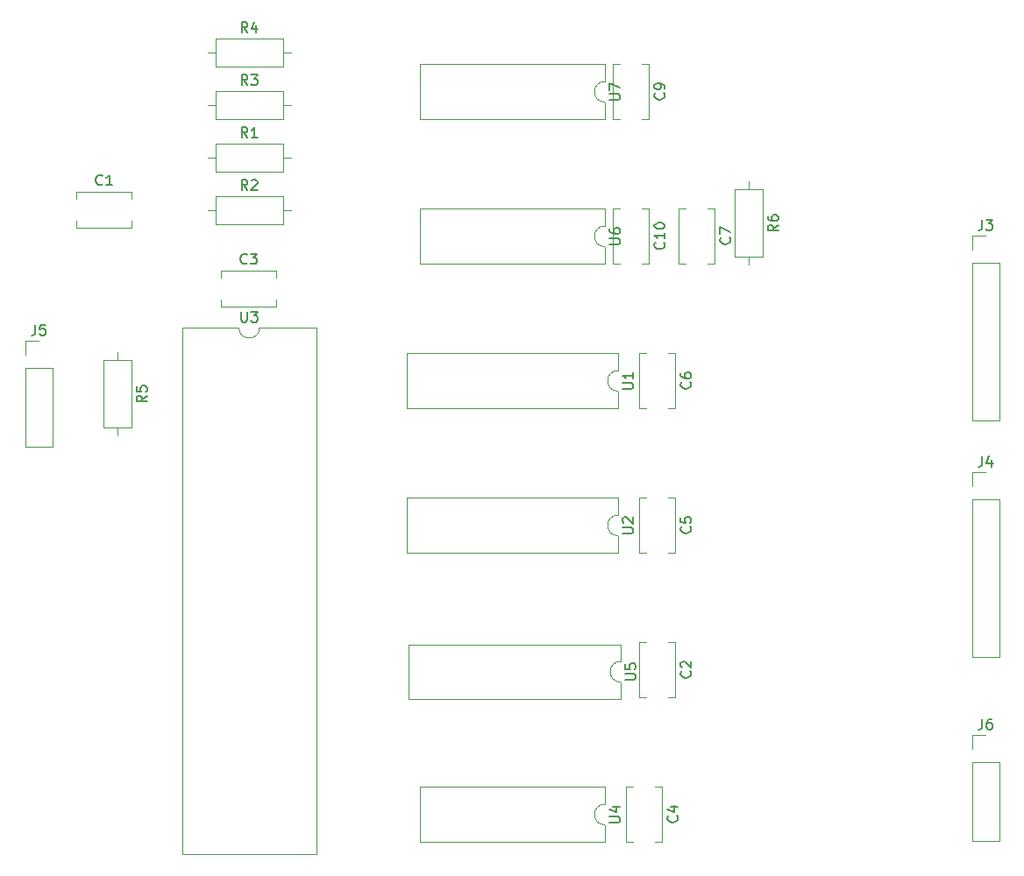
<source format=gbr>
%TF.GenerationSoftware,KiCad,Pcbnew,(5.1.6)-1*%
%TF.CreationDate,2020-08-06T22:00:50+02:00*%
%TF.ProjectId,Nes Sound Expansion,4e657320-536f-4756-9e64-20457870616e,rev?*%
%TF.SameCoordinates,Original*%
%TF.FileFunction,Legend,Top*%
%TF.FilePolarity,Positive*%
%FSLAX46Y46*%
G04 Gerber Fmt 4.6, Leading zero omitted, Abs format (unit mm)*
G04 Created by KiCad (PCBNEW (5.1.6)-1) date 2020-08-06 22:00:50*
%MOMM*%
%LPD*%
G01*
G04 APERTURE LIST*
%ADD10C,0.120000*%
%ADD11C,0.150000*%
G04 APERTURE END LIST*
D10*
%TO.C,J6*%
X194250000Y-118170000D02*
X196910000Y-118170000D01*
X194250000Y-110490000D02*
X194250000Y-118170000D01*
X196910000Y-110490000D02*
X196910000Y-118170000D01*
X194250000Y-110490000D02*
X196910000Y-110490000D01*
X194250000Y-109220000D02*
X194250000Y-107890000D01*
X194250000Y-107890000D02*
X195580000Y-107890000D01*
%TO.C,J5*%
X102810000Y-80070000D02*
X105470000Y-80070000D01*
X102810000Y-72390000D02*
X102810000Y-80070000D01*
X105470000Y-72390000D02*
X105470000Y-80070000D01*
X102810000Y-72390000D02*
X105470000Y-72390000D01*
X102810000Y-71120000D02*
X102810000Y-69790000D01*
X102810000Y-69790000D02*
X104140000Y-69790000D01*
%TO.C,U7*%
X158810000Y-46720000D02*
G75*
G02*
X158810000Y-44720000I0J1000000D01*
G01*
X158810000Y-44720000D02*
X158810000Y-43070000D01*
X158810000Y-43070000D02*
X140910000Y-43070000D01*
X140910000Y-43070000D02*
X140910000Y-48370000D01*
X140910000Y-48370000D02*
X158810000Y-48370000D01*
X158810000Y-48370000D02*
X158810000Y-46720000D01*
%TO.C,U6*%
X158810000Y-60690000D02*
G75*
G02*
X158810000Y-58690000I0J1000000D01*
G01*
X158810000Y-58690000D02*
X158810000Y-57040000D01*
X158810000Y-57040000D02*
X140910000Y-57040000D01*
X140910000Y-57040000D02*
X140910000Y-62340000D01*
X140910000Y-62340000D02*
X158810000Y-62340000D01*
X158810000Y-62340000D02*
X158810000Y-60690000D01*
%TO.C,U5*%
X160330000Y-102780000D02*
G75*
G02*
X160330000Y-100780000I0J1000000D01*
G01*
X160330000Y-100780000D02*
X160330000Y-99130000D01*
X160330000Y-99130000D02*
X139890000Y-99130000D01*
X139890000Y-99130000D02*
X139890000Y-104430000D01*
X139890000Y-104430000D02*
X160330000Y-104430000D01*
X160330000Y-104430000D02*
X160330000Y-102780000D01*
%TO.C,U4*%
X158810000Y-116570000D02*
G75*
G02*
X158810000Y-114570000I0J1000000D01*
G01*
X158810000Y-114570000D02*
X158810000Y-112920000D01*
X158810000Y-112920000D02*
X140910000Y-112920000D01*
X140910000Y-112920000D02*
X140910000Y-118220000D01*
X140910000Y-118220000D02*
X158810000Y-118220000D01*
X158810000Y-118220000D02*
X158810000Y-116570000D01*
%TO.C,U2*%
X160080000Y-88630000D02*
G75*
G02*
X160080000Y-86630000I0J1000000D01*
G01*
X160080000Y-86630000D02*
X160080000Y-84980000D01*
X160080000Y-84980000D02*
X139640000Y-84980000D01*
X139640000Y-84980000D02*
X139640000Y-90280000D01*
X139640000Y-90280000D02*
X160080000Y-90280000D01*
X160080000Y-90280000D02*
X160080000Y-88630000D01*
%TO.C,U1*%
X160080000Y-74660000D02*
G75*
G02*
X160080000Y-72660000I0J1000000D01*
G01*
X160080000Y-72660000D02*
X160080000Y-71010000D01*
X160080000Y-71010000D02*
X139640000Y-71010000D01*
X139640000Y-71010000D02*
X139640000Y-76310000D01*
X139640000Y-76310000D02*
X160080000Y-76310000D01*
X160080000Y-76310000D02*
X160080000Y-74660000D01*
%TO.C,J4*%
X194250000Y-82490000D02*
X195580000Y-82490000D01*
X194250000Y-83820000D02*
X194250000Y-82490000D01*
X194250000Y-85090000D02*
X196910000Y-85090000D01*
X196910000Y-85090000D02*
X196910000Y-100390000D01*
X194250000Y-85090000D02*
X194250000Y-100390000D01*
X194250000Y-100390000D02*
X196910000Y-100390000D01*
%TO.C,J3*%
X194250000Y-77530000D02*
X196910000Y-77530000D01*
X194250000Y-62230000D02*
X194250000Y-77530000D01*
X196910000Y-62230000D02*
X196910000Y-77530000D01*
X194250000Y-62230000D02*
X196910000Y-62230000D01*
X194250000Y-60960000D02*
X194250000Y-59630000D01*
X194250000Y-59630000D02*
X195580000Y-59630000D01*
%TO.C,C10*%
X160235000Y-62320000D02*
X159569000Y-62320000D01*
X163011000Y-62320000D02*
X162345000Y-62320000D01*
X160235000Y-56980000D02*
X159569000Y-56980000D01*
X163011000Y-56980000D02*
X162345000Y-56980000D01*
X159569000Y-56980000D02*
X159569000Y-62320000D01*
X163011000Y-56980000D02*
X163011000Y-62320000D01*
%TO.C,C9*%
X160235000Y-48350000D02*
X159569000Y-48350000D01*
X163011000Y-48350000D02*
X162345000Y-48350000D01*
X160235000Y-43010000D02*
X159569000Y-43010000D01*
X163011000Y-43010000D02*
X162345000Y-43010000D01*
X159569000Y-43010000D02*
X159569000Y-48350000D01*
X163011000Y-43010000D02*
X163011000Y-48350000D01*
%TO.C,R6*%
X172720000Y-62460000D02*
X172720000Y-61690000D01*
X172720000Y-54380000D02*
X172720000Y-55150000D01*
X174090000Y-61690000D02*
X174090000Y-55150000D01*
X171350000Y-61690000D02*
X174090000Y-61690000D01*
X171350000Y-55150000D02*
X171350000Y-61690000D01*
X174090000Y-55150000D02*
X171350000Y-55150000D01*
%TO.C,C7*%
X166585000Y-62320000D02*
X165919000Y-62320000D01*
X169361000Y-62320000D02*
X168695000Y-62320000D01*
X166585000Y-56980000D02*
X165919000Y-56980000D01*
X169361000Y-56980000D02*
X168695000Y-56980000D01*
X165919000Y-56980000D02*
X165919000Y-62320000D01*
X169361000Y-56980000D02*
X169361000Y-62320000D01*
%TO.C,C6*%
X165551000Y-70950000D02*
X165551000Y-76290000D01*
X162109000Y-70950000D02*
X162109000Y-76290000D01*
X165551000Y-70950000D02*
X164885000Y-70950000D01*
X162775000Y-70950000D02*
X162109000Y-70950000D01*
X165551000Y-76290000D02*
X164885000Y-76290000D01*
X162775000Y-76290000D02*
X162109000Y-76290000D01*
%TO.C,C5*%
X165551000Y-84920000D02*
X165551000Y-90260000D01*
X162109000Y-84920000D02*
X162109000Y-90260000D01*
X165551000Y-84920000D02*
X164885000Y-84920000D01*
X162775000Y-84920000D02*
X162109000Y-84920000D01*
X165551000Y-90260000D02*
X164885000Y-90260000D01*
X162775000Y-90260000D02*
X162109000Y-90260000D01*
%TO.C,C4*%
X164281000Y-112860000D02*
X164281000Y-118200000D01*
X160839000Y-112860000D02*
X160839000Y-118200000D01*
X164281000Y-112860000D02*
X163615000Y-112860000D01*
X161505000Y-112860000D02*
X160839000Y-112860000D01*
X164281000Y-118200000D02*
X163615000Y-118200000D01*
X161505000Y-118200000D02*
X160839000Y-118200000D01*
%TO.C,C3*%
X121750000Y-63049000D02*
X127090000Y-63049000D01*
X121750000Y-66491000D02*
X127090000Y-66491000D01*
X121750000Y-63049000D02*
X121750000Y-63715000D01*
X121750000Y-65825000D02*
X121750000Y-66491000D01*
X127090000Y-63049000D02*
X127090000Y-63715000D01*
X127090000Y-65825000D02*
X127090000Y-66491000D01*
%TO.C,C2*%
X165551000Y-98890000D02*
X165551000Y-104230000D01*
X162109000Y-98890000D02*
X162109000Y-104230000D01*
X165551000Y-98890000D02*
X164885000Y-98890000D01*
X162775000Y-98890000D02*
X162109000Y-98890000D01*
X165551000Y-104230000D02*
X164885000Y-104230000D01*
X162775000Y-104230000D02*
X162109000Y-104230000D01*
%TO.C,U3*%
X130920000Y-68520000D02*
X125460000Y-68520000D01*
X130920000Y-119440000D02*
X130920000Y-68520000D01*
X118000000Y-119440000D02*
X130920000Y-119440000D01*
X118000000Y-68520000D02*
X118000000Y-119440000D01*
X123460000Y-68520000D02*
X118000000Y-68520000D01*
X125460000Y-68520000D02*
G75*
G02*
X123460000Y-68520000I-1000000J0D01*
G01*
%TO.C,R5*%
X111760000Y-78970000D02*
X111760000Y-78200000D01*
X111760000Y-70890000D02*
X111760000Y-71660000D01*
X113130000Y-78200000D02*
X113130000Y-71660000D01*
X110390000Y-78200000D02*
X113130000Y-78200000D01*
X110390000Y-71660000D02*
X110390000Y-78200000D01*
X113130000Y-71660000D02*
X110390000Y-71660000D01*
%TO.C,R4*%
X128500000Y-41910000D02*
X127730000Y-41910000D01*
X120420000Y-41910000D02*
X121190000Y-41910000D01*
X127730000Y-40540000D02*
X121190000Y-40540000D01*
X127730000Y-43280000D02*
X127730000Y-40540000D01*
X121190000Y-43280000D02*
X127730000Y-43280000D01*
X121190000Y-40540000D02*
X121190000Y-43280000D01*
%TO.C,R3*%
X128500000Y-46990000D02*
X127730000Y-46990000D01*
X120420000Y-46990000D02*
X121190000Y-46990000D01*
X127730000Y-45620000D02*
X121190000Y-45620000D01*
X127730000Y-48360000D02*
X127730000Y-45620000D01*
X121190000Y-48360000D02*
X127730000Y-48360000D01*
X121190000Y-45620000D02*
X121190000Y-48360000D01*
%TO.C,R2*%
X128500000Y-57150000D02*
X127730000Y-57150000D01*
X120420000Y-57150000D02*
X121190000Y-57150000D01*
X127730000Y-55780000D02*
X121190000Y-55780000D01*
X127730000Y-58520000D02*
X127730000Y-55780000D01*
X121190000Y-58520000D02*
X127730000Y-58520000D01*
X121190000Y-55780000D02*
X121190000Y-58520000D01*
%TO.C,R1*%
X128500000Y-52070000D02*
X127730000Y-52070000D01*
X120420000Y-52070000D02*
X121190000Y-52070000D01*
X127730000Y-50700000D02*
X121190000Y-50700000D01*
X127730000Y-53440000D02*
X127730000Y-50700000D01*
X121190000Y-53440000D02*
X127730000Y-53440000D01*
X121190000Y-50700000D02*
X121190000Y-53440000D01*
%TO.C,C1*%
X113120000Y-58205000D02*
X113120000Y-58871000D01*
X113120000Y-55429000D02*
X113120000Y-56095000D01*
X107780000Y-58205000D02*
X107780000Y-58871000D01*
X107780000Y-55429000D02*
X107780000Y-56095000D01*
X107780000Y-58871000D02*
X113120000Y-58871000D01*
X107780000Y-55429000D02*
X113120000Y-55429000D01*
%TO.C,J6*%
D11*
X195246666Y-106342380D02*
X195246666Y-107056666D01*
X195199047Y-107199523D01*
X195103809Y-107294761D01*
X194960952Y-107342380D01*
X194865714Y-107342380D01*
X196151428Y-106342380D02*
X195960952Y-106342380D01*
X195865714Y-106390000D01*
X195818095Y-106437619D01*
X195722857Y-106580476D01*
X195675238Y-106770952D01*
X195675238Y-107151904D01*
X195722857Y-107247142D01*
X195770476Y-107294761D01*
X195865714Y-107342380D01*
X196056190Y-107342380D01*
X196151428Y-107294761D01*
X196199047Y-107247142D01*
X196246666Y-107151904D01*
X196246666Y-106913809D01*
X196199047Y-106818571D01*
X196151428Y-106770952D01*
X196056190Y-106723333D01*
X195865714Y-106723333D01*
X195770476Y-106770952D01*
X195722857Y-106818571D01*
X195675238Y-106913809D01*
%TO.C,J5*%
X103806666Y-68242380D02*
X103806666Y-68956666D01*
X103759047Y-69099523D01*
X103663809Y-69194761D01*
X103520952Y-69242380D01*
X103425714Y-69242380D01*
X104759047Y-68242380D02*
X104282857Y-68242380D01*
X104235238Y-68718571D01*
X104282857Y-68670952D01*
X104378095Y-68623333D01*
X104616190Y-68623333D01*
X104711428Y-68670952D01*
X104759047Y-68718571D01*
X104806666Y-68813809D01*
X104806666Y-69051904D01*
X104759047Y-69147142D01*
X104711428Y-69194761D01*
X104616190Y-69242380D01*
X104378095Y-69242380D01*
X104282857Y-69194761D01*
X104235238Y-69147142D01*
%TO.C,U7*%
X159262380Y-46481904D02*
X160071904Y-46481904D01*
X160167142Y-46434285D01*
X160214761Y-46386666D01*
X160262380Y-46291428D01*
X160262380Y-46100952D01*
X160214761Y-46005714D01*
X160167142Y-45958095D01*
X160071904Y-45910476D01*
X159262380Y-45910476D01*
X159262380Y-45529523D02*
X159262380Y-44862857D01*
X160262380Y-45291428D01*
%TO.C,U6*%
X159262380Y-60451904D02*
X160071904Y-60451904D01*
X160167142Y-60404285D01*
X160214761Y-60356666D01*
X160262380Y-60261428D01*
X160262380Y-60070952D01*
X160214761Y-59975714D01*
X160167142Y-59928095D01*
X160071904Y-59880476D01*
X159262380Y-59880476D01*
X159262380Y-58975714D02*
X159262380Y-59166190D01*
X159310000Y-59261428D01*
X159357619Y-59309047D01*
X159500476Y-59404285D01*
X159690952Y-59451904D01*
X160071904Y-59451904D01*
X160167142Y-59404285D01*
X160214761Y-59356666D01*
X160262380Y-59261428D01*
X160262380Y-59070952D01*
X160214761Y-58975714D01*
X160167142Y-58928095D01*
X160071904Y-58880476D01*
X159833809Y-58880476D01*
X159738571Y-58928095D01*
X159690952Y-58975714D01*
X159643333Y-59070952D01*
X159643333Y-59261428D01*
X159690952Y-59356666D01*
X159738571Y-59404285D01*
X159833809Y-59451904D01*
%TO.C,U5*%
X160782380Y-102541904D02*
X161591904Y-102541904D01*
X161687142Y-102494285D01*
X161734761Y-102446666D01*
X161782380Y-102351428D01*
X161782380Y-102160952D01*
X161734761Y-102065714D01*
X161687142Y-102018095D01*
X161591904Y-101970476D01*
X160782380Y-101970476D01*
X160782380Y-101018095D02*
X160782380Y-101494285D01*
X161258571Y-101541904D01*
X161210952Y-101494285D01*
X161163333Y-101399047D01*
X161163333Y-101160952D01*
X161210952Y-101065714D01*
X161258571Y-101018095D01*
X161353809Y-100970476D01*
X161591904Y-100970476D01*
X161687142Y-101018095D01*
X161734761Y-101065714D01*
X161782380Y-101160952D01*
X161782380Y-101399047D01*
X161734761Y-101494285D01*
X161687142Y-101541904D01*
%TO.C,U4*%
X159262380Y-116331904D02*
X160071904Y-116331904D01*
X160167142Y-116284285D01*
X160214761Y-116236666D01*
X160262380Y-116141428D01*
X160262380Y-115950952D01*
X160214761Y-115855714D01*
X160167142Y-115808095D01*
X160071904Y-115760476D01*
X159262380Y-115760476D01*
X159595714Y-114855714D02*
X160262380Y-114855714D01*
X159214761Y-115093809D02*
X159929047Y-115331904D01*
X159929047Y-114712857D01*
%TO.C,U2*%
X160532380Y-88391904D02*
X161341904Y-88391904D01*
X161437142Y-88344285D01*
X161484761Y-88296666D01*
X161532380Y-88201428D01*
X161532380Y-88010952D01*
X161484761Y-87915714D01*
X161437142Y-87868095D01*
X161341904Y-87820476D01*
X160532380Y-87820476D01*
X160627619Y-87391904D02*
X160580000Y-87344285D01*
X160532380Y-87249047D01*
X160532380Y-87010952D01*
X160580000Y-86915714D01*
X160627619Y-86868095D01*
X160722857Y-86820476D01*
X160818095Y-86820476D01*
X160960952Y-86868095D01*
X161532380Y-87439523D01*
X161532380Y-86820476D01*
%TO.C,U1*%
X160532380Y-74421904D02*
X161341904Y-74421904D01*
X161437142Y-74374285D01*
X161484761Y-74326666D01*
X161532380Y-74231428D01*
X161532380Y-74040952D01*
X161484761Y-73945714D01*
X161437142Y-73898095D01*
X161341904Y-73850476D01*
X160532380Y-73850476D01*
X161532380Y-72850476D02*
X161532380Y-73421904D01*
X161532380Y-73136190D02*
X160532380Y-73136190D01*
X160675238Y-73231428D01*
X160770476Y-73326666D01*
X160818095Y-73421904D01*
%TO.C,J4*%
X195246666Y-80942380D02*
X195246666Y-81656666D01*
X195199047Y-81799523D01*
X195103809Y-81894761D01*
X194960952Y-81942380D01*
X194865714Y-81942380D01*
X196151428Y-81275714D02*
X196151428Y-81942380D01*
X195913333Y-80894761D02*
X195675238Y-81609047D01*
X196294285Y-81609047D01*
%TO.C,J3*%
X195246666Y-58082380D02*
X195246666Y-58796666D01*
X195199047Y-58939523D01*
X195103809Y-59034761D01*
X194960952Y-59082380D01*
X194865714Y-59082380D01*
X195627619Y-58082380D02*
X196246666Y-58082380D01*
X195913333Y-58463333D01*
X196056190Y-58463333D01*
X196151428Y-58510952D01*
X196199047Y-58558571D01*
X196246666Y-58653809D01*
X196246666Y-58891904D01*
X196199047Y-58987142D01*
X196151428Y-59034761D01*
X196056190Y-59082380D01*
X195770476Y-59082380D01*
X195675238Y-59034761D01*
X195627619Y-58987142D01*
%TO.C,C10*%
X164497142Y-60292857D02*
X164544761Y-60340476D01*
X164592380Y-60483333D01*
X164592380Y-60578571D01*
X164544761Y-60721428D01*
X164449523Y-60816666D01*
X164354285Y-60864285D01*
X164163809Y-60911904D01*
X164020952Y-60911904D01*
X163830476Y-60864285D01*
X163735238Y-60816666D01*
X163640000Y-60721428D01*
X163592380Y-60578571D01*
X163592380Y-60483333D01*
X163640000Y-60340476D01*
X163687619Y-60292857D01*
X164592380Y-59340476D02*
X164592380Y-59911904D01*
X164592380Y-59626190D02*
X163592380Y-59626190D01*
X163735238Y-59721428D01*
X163830476Y-59816666D01*
X163878095Y-59911904D01*
X163592380Y-58721428D02*
X163592380Y-58626190D01*
X163640000Y-58530952D01*
X163687619Y-58483333D01*
X163782857Y-58435714D01*
X163973333Y-58388095D01*
X164211428Y-58388095D01*
X164401904Y-58435714D01*
X164497142Y-58483333D01*
X164544761Y-58530952D01*
X164592380Y-58626190D01*
X164592380Y-58721428D01*
X164544761Y-58816666D01*
X164497142Y-58864285D01*
X164401904Y-58911904D01*
X164211428Y-58959523D01*
X163973333Y-58959523D01*
X163782857Y-58911904D01*
X163687619Y-58864285D01*
X163640000Y-58816666D01*
X163592380Y-58721428D01*
%TO.C,C9*%
X164497142Y-45846666D02*
X164544761Y-45894285D01*
X164592380Y-46037142D01*
X164592380Y-46132380D01*
X164544761Y-46275238D01*
X164449523Y-46370476D01*
X164354285Y-46418095D01*
X164163809Y-46465714D01*
X164020952Y-46465714D01*
X163830476Y-46418095D01*
X163735238Y-46370476D01*
X163640000Y-46275238D01*
X163592380Y-46132380D01*
X163592380Y-46037142D01*
X163640000Y-45894285D01*
X163687619Y-45846666D01*
X164592380Y-45370476D02*
X164592380Y-45180000D01*
X164544761Y-45084761D01*
X164497142Y-45037142D01*
X164354285Y-44941904D01*
X164163809Y-44894285D01*
X163782857Y-44894285D01*
X163687619Y-44941904D01*
X163640000Y-44989523D01*
X163592380Y-45084761D01*
X163592380Y-45275238D01*
X163640000Y-45370476D01*
X163687619Y-45418095D01*
X163782857Y-45465714D01*
X164020952Y-45465714D01*
X164116190Y-45418095D01*
X164163809Y-45370476D01*
X164211428Y-45275238D01*
X164211428Y-45084761D01*
X164163809Y-44989523D01*
X164116190Y-44941904D01*
X164020952Y-44894285D01*
%TO.C,R6*%
X175542380Y-58586666D02*
X175066190Y-58920000D01*
X175542380Y-59158095D02*
X174542380Y-59158095D01*
X174542380Y-58777142D01*
X174590000Y-58681904D01*
X174637619Y-58634285D01*
X174732857Y-58586666D01*
X174875714Y-58586666D01*
X174970952Y-58634285D01*
X175018571Y-58681904D01*
X175066190Y-58777142D01*
X175066190Y-59158095D01*
X174542380Y-57729523D02*
X174542380Y-57920000D01*
X174590000Y-58015238D01*
X174637619Y-58062857D01*
X174780476Y-58158095D01*
X174970952Y-58205714D01*
X175351904Y-58205714D01*
X175447142Y-58158095D01*
X175494761Y-58110476D01*
X175542380Y-58015238D01*
X175542380Y-57824761D01*
X175494761Y-57729523D01*
X175447142Y-57681904D01*
X175351904Y-57634285D01*
X175113809Y-57634285D01*
X175018571Y-57681904D01*
X174970952Y-57729523D01*
X174923333Y-57824761D01*
X174923333Y-58015238D01*
X174970952Y-58110476D01*
X175018571Y-58158095D01*
X175113809Y-58205714D01*
%TO.C,C7*%
X170847142Y-59816666D02*
X170894761Y-59864285D01*
X170942380Y-60007142D01*
X170942380Y-60102380D01*
X170894761Y-60245238D01*
X170799523Y-60340476D01*
X170704285Y-60388095D01*
X170513809Y-60435714D01*
X170370952Y-60435714D01*
X170180476Y-60388095D01*
X170085238Y-60340476D01*
X169990000Y-60245238D01*
X169942380Y-60102380D01*
X169942380Y-60007142D01*
X169990000Y-59864285D01*
X170037619Y-59816666D01*
X169942380Y-59483333D02*
X169942380Y-58816666D01*
X170942380Y-59245238D01*
%TO.C,C6*%
X167037142Y-73786666D02*
X167084761Y-73834285D01*
X167132380Y-73977142D01*
X167132380Y-74072380D01*
X167084761Y-74215238D01*
X166989523Y-74310476D01*
X166894285Y-74358095D01*
X166703809Y-74405714D01*
X166560952Y-74405714D01*
X166370476Y-74358095D01*
X166275238Y-74310476D01*
X166180000Y-74215238D01*
X166132380Y-74072380D01*
X166132380Y-73977142D01*
X166180000Y-73834285D01*
X166227619Y-73786666D01*
X166132380Y-72929523D02*
X166132380Y-73120000D01*
X166180000Y-73215238D01*
X166227619Y-73262857D01*
X166370476Y-73358095D01*
X166560952Y-73405714D01*
X166941904Y-73405714D01*
X167037142Y-73358095D01*
X167084761Y-73310476D01*
X167132380Y-73215238D01*
X167132380Y-73024761D01*
X167084761Y-72929523D01*
X167037142Y-72881904D01*
X166941904Y-72834285D01*
X166703809Y-72834285D01*
X166608571Y-72881904D01*
X166560952Y-72929523D01*
X166513333Y-73024761D01*
X166513333Y-73215238D01*
X166560952Y-73310476D01*
X166608571Y-73358095D01*
X166703809Y-73405714D01*
%TO.C,C5*%
X167037142Y-87756666D02*
X167084761Y-87804285D01*
X167132380Y-87947142D01*
X167132380Y-88042380D01*
X167084761Y-88185238D01*
X166989523Y-88280476D01*
X166894285Y-88328095D01*
X166703809Y-88375714D01*
X166560952Y-88375714D01*
X166370476Y-88328095D01*
X166275238Y-88280476D01*
X166180000Y-88185238D01*
X166132380Y-88042380D01*
X166132380Y-87947142D01*
X166180000Y-87804285D01*
X166227619Y-87756666D01*
X166132380Y-86851904D02*
X166132380Y-87328095D01*
X166608571Y-87375714D01*
X166560952Y-87328095D01*
X166513333Y-87232857D01*
X166513333Y-86994761D01*
X166560952Y-86899523D01*
X166608571Y-86851904D01*
X166703809Y-86804285D01*
X166941904Y-86804285D01*
X167037142Y-86851904D01*
X167084761Y-86899523D01*
X167132380Y-86994761D01*
X167132380Y-87232857D01*
X167084761Y-87328095D01*
X167037142Y-87375714D01*
%TO.C,C4*%
X165767142Y-115696666D02*
X165814761Y-115744285D01*
X165862380Y-115887142D01*
X165862380Y-115982380D01*
X165814761Y-116125238D01*
X165719523Y-116220476D01*
X165624285Y-116268095D01*
X165433809Y-116315714D01*
X165290952Y-116315714D01*
X165100476Y-116268095D01*
X165005238Y-116220476D01*
X164910000Y-116125238D01*
X164862380Y-115982380D01*
X164862380Y-115887142D01*
X164910000Y-115744285D01*
X164957619Y-115696666D01*
X165195714Y-114839523D02*
X165862380Y-114839523D01*
X164814761Y-115077619D02*
X165529047Y-115315714D01*
X165529047Y-114696666D01*
%TO.C,C3*%
X124253333Y-62277142D02*
X124205714Y-62324761D01*
X124062857Y-62372380D01*
X123967619Y-62372380D01*
X123824761Y-62324761D01*
X123729523Y-62229523D01*
X123681904Y-62134285D01*
X123634285Y-61943809D01*
X123634285Y-61800952D01*
X123681904Y-61610476D01*
X123729523Y-61515238D01*
X123824761Y-61420000D01*
X123967619Y-61372380D01*
X124062857Y-61372380D01*
X124205714Y-61420000D01*
X124253333Y-61467619D01*
X124586666Y-61372380D02*
X125205714Y-61372380D01*
X124872380Y-61753333D01*
X125015238Y-61753333D01*
X125110476Y-61800952D01*
X125158095Y-61848571D01*
X125205714Y-61943809D01*
X125205714Y-62181904D01*
X125158095Y-62277142D01*
X125110476Y-62324761D01*
X125015238Y-62372380D01*
X124729523Y-62372380D01*
X124634285Y-62324761D01*
X124586666Y-62277142D01*
%TO.C,C2*%
X167037142Y-101726666D02*
X167084761Y-101774285D01*
X167132380Y-101917142D01*
X167132380Y-102012380D01*
X167084761Y-102155238D01*
X166989523Y-102250476D01*
X166894285Y-102298095D01*
X166703809Y-102345714D01*
X166560952Y-102345714D01*
X166370476Y-102298095D01*
X166275238Y-102250476D01*
X166180000Y-102155238D01*
X166132380Y-102012380D01*
X166132380Y-101917142D01*
X166180000Y-101774285D01*
X166227619Y-101726666D01*
X166227619Y-101345714D02*
X166180000Y-101298095D01*
X166132380Y-101202857D01*
X166132380Y-100964761D01*
X166180000Y-100869523D01*
X166227619Y-100821904D01*
X166322857Y-100774285D01*
X166418095Y-100774285D01*
X166560952Y-100821904D01*
X167132380Y-101393333D01*
X167132380Y-100774285D01*
%TO.C,U3*%
X123698095Y-66972380D02*
X123698095Y-67781904D01*
X123745714Y-67877142D01*
X123793333Y-67924761D01*
X123888571Y-67972380D01*
X124079047Y-67972380D01*
X124174285Y-67924761D01*
X124221904Y-67877142D01*
X124269523Y-67781904D01*
X124269523Y-66972380D01*
X124650476Y-66972380D02*
X125269523Y-66972380D01*
X124936190Y-67353333D01*
X125079047Y-67353333D01*
X125174285Y-67400952D01*
X125221904Y-67448571D01*
X125269523Y-67543809D01*
X125269523Y-67781904D01*
X125221904Y-67877142D01*
X125174285Y-67924761D01*
X125079047Y-67972380D01*
X124793333Y-67972380D01*
X124698095Y-67924761D01*
X124650476Y-67877142D01*
%TO.C,R5*%
X114582380Y-75096666D02*
X114106190Y-75430000D01*
X114582380Y-75668095D02*
X113582380Y-75668095D01*
X113582380Y-75287142D01*
X113630000Y-75191904D01*
X113677619Y-75144285D01*
X113772857Y-75096666D01*
X113915714Y-75096666D01*
X114010952Y-75144285D01*
X114058571Y-75191904D01*
X114106190Y-75287142D01*
X114106190Y-75668095D01*
X113582380Y-74191904D02*
X113582380Y-74668095D01*
X114058571Y-74715714D01*
X114010952Y-74668095D01*
X113963333Y-74572857D01*
X113963333Y-74334761D01*
X114010952Y-74239523D01*
X114058571Y-74191904D01*
X114153809Y-74144285D01*
X114391904Y-74144285D01*
X114487142Y-74191904D01*
X114534761Y-74239523D01*
X114582380Y-74334761D01*
X114582380Y-74572857D01*
X114534761Y-74668095D01*
X114487142Y-74715714D01*
%TO.C,R4*%
X124293333Y-39992380D02*
X123960000Y-39516190D01*
X123721904Y-39992380D02*
X123721904Y-38992380D01*
X124102857Y-38992380D01*
X124198095Y-39040000D01*
X124245714Y-39087619D01*
X124293333Y-39182857D01*
X124293333Y-39325714D01*
X124245714Y-39420952D01*
X124198095Y-39468571D01*
X124102857Y-39516190D01*
X123721904Y-39516190D01*
X125150476Y-39325714D02*
X125150476Y-39992380D01*
X124912380Y-38944761D02*
X124674285Y-39659047D01*
X125293333Y-39659047D01*
%TO.C,R3*%
X124293333Y-45072380D02*
X123960000Y-44596190D01*
X123721904Y-45072380D02*
X123721904Y-44072380D01*
X124102857Y-44072380D01*
X124198095Y-44120000D01*
X124245714Y-44167619D01*
X124293333Y-44262857D01*
X124293333Y-44405714D01*
X124245714Y-44500952D01*
X124198095Y-44548571D01*
X124102857Y-44596190D01*
X123721904Y-44596190D01*
X124626666Y-44072380D02*
X125245714Y-44072380D01*
X124912380Y-44453333D01*
X125055238Y-44453333D01*
X125150476Y-44500952D01*
X125198095Y-44548571D01*
X125245714Y-44643809D01*
X125245714Y-44881904D01*
X125198095Y-44977142D01*
X125150476Y-45024761D01*
X125055238Y-45072380D01*
X124769523Y-45072380D01*
X124674285Y-45024761D01*
X124626666Y-44977142D01*
%TO.C,R2*%
X124293333Y-55232380D02*
X123960000Y-54756190D01*
X123721904Y-55232380D02*
X123721904Y-54232380D01*
X124102857Y-54232380D01*
X124198095Y-54280000D01*
X124245714Y-54327619D01*
X124293333Y-54422857D01*
X124293333Y-54565714D01*
X124245714Y-54660952D01*
X124198095Y-54708571D01*
X124102857Y-54756190D01*
X123721904Y-54756190D01*
X124674285Y-54327619D02*
X124721904Y-54280000D01*
X124817142Y-54232380D01*
X125055238Y-54232380D01*
X125150476Y-54280000D01*
X125198095Y-54327619D01*
X125245714Y-54422857D01*
X125245714Y-54518095D01*
X125198095Y-54660952D01*
X124626666Y-55232380D01*
X125245714Y-55232380D01*
%TO.C,R1*%
X124293333Y-50152380D02*
X123960000Y-49676190D01*
X123721904Y-50152380D02*
X123721904Y-49152380D01*
X124102857Y-49152380D01*
X124198095Y-49200000D01*
X124245714Y-49247619D01*
X124293333Y-49342857D01*
X124293333Y-49485714D01*
X124245714Y-49580952D01*
X124198095Y-49628571D01*
X124102857Y-49676190D01*
X123721904Y-49676190D01*
X125245714Y-50152380D02*
X124674285Y-50152380D01*
X124960000Y-50152380D02*
X124960000Y-49152380D01*
X124864761Y-49295238D01*
X124769523Y-49390476D01*
X124674285Y-49438095D01*
%TO.C,C1*%
X110283333Y-54657142D02*
X110235714Y-54704761D01*
X110092857Y-54752380D01*
X109997619Y-54752380D01*
X109854761Y-54704761D01*
X109759523Y-54609523D01*
X109711904Y-54514285D01*
X109664285Y-54323809D01*
X109664285Y-54180952D01*
X109711904Y-53990476D01*
X109759523Y-53895238D01*
X109854761Y-53800000D01*
X109997619Y-53752380D01*
X110092857Y-53752380D01*
X110235714Y-53800000D01*
X110283333Y-53847619D01*
X111235714Y-54752380D02*
X110664285Y-54752380D01*
X110950000Y-54752380D02*
X110950000Y-53752380D01*
X110854761Y-53895238D01*
X110759523Y-53990476D01*
X110664285Y-54038095D01*
%TD*%
M02*

</source>
